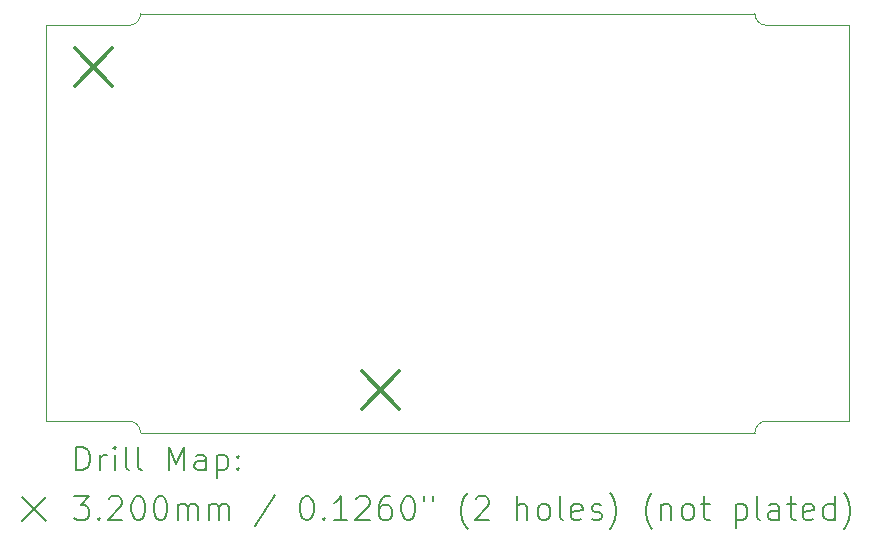
<source format=gbr>
%TF.GenerationSoftware,KiCad,Pcbnew,7.0.9*%
%TF.CreationDate,2023-12-07T19:23:16+01:00*%
%TF.ProjectId,2023_PiezoPreamp,32303233-5f50-4696-957a-6f507265616d,rev?*%
%TF.SameCoordinates,PX2625a00PY1c22260*%
%TF.FileFunction,Drillmap*%
%TF.FilePolarity,Positive*%
%FSLAX45Y45*%
G04 Gerber Fmt 4.5, Leading zero omitted, Abs format (unit mm)*
G04 Created by KiCad (PCBNEW 7.0.9) date 2023-12-07 19:23:16*
%MOMM*%
%LPD*%
G01*
G04 APERTURE LIST*
%ADD10C,0.100000*%
%ADD11C,0.200000*%
%ADD12C,0.320000*%
G04 APERTURE END LIST*
D10*
X0Y-3450000D02*
X700000Y-3450000D01*
X700000Y-100000D02*
G75*
G03*
X800000Y0I0J100000D01*
G01*
X800000Y0D02*
X6000000Y0D01*
X0Y-100000D02*
X0Y-3450000D01*
X800000Y-3550000D02*
X6000000Y-3550000D01*
X6000000Y0D02*
G75*
G03*
X6100000Y-100000I100000J0D01*
G01*
X800000Y-3550000D02*
G75*
G03*
X700000Y-3450000I-100000J0D01*
G01*
X0Y-100000D02*
X700000Y-100000D01*
X6100000Y-3450000D02*
G75*
G03*
X6000000Y-3550000I0J-100000D01*
G01*
X6800000Y-100000D02*
X6100000Y-100000D01*
X6100000Y-3450000D02*
X6800000Y-3450000D01*
X6800000Y-3450000D02*
X6800000Y-100000D01*
D11*
D12*
X240000Y-290000D02*
X560000Y-610000D01*
X560000Y-290000D02*
X240000Y-610000D01*
X2670000Y-3030000D02*
X2990000Y-3350000D01*
X2990000Y-3030000D02*
X2670000Y-3350000D01*
D11*
X255777Y-3866484D02*
X255777Y-3666484D01*
X255777Y-3666484D02*
X303396Y-3666484D01*
X303396Y-3666484D02*
X331967Y-3676008D01*
X331967Y-3676008D02*
X351015Y-3695055D01*
X351015Y-3695055D02*
X360539Y-3714103D01*
X360539Y-3714103D02*
X370062Y-3752198D01*
X370062Y-3752198D02*
X370062Y-3780769D01*
X370062Y-3780769D02*
X360539Y-3818865D01*
X360539Y-3818865D02*
X351015Y-3837912D01*
X351015Y-3837912D02*
X331967Y-3856960D01*
X331967Y-3856960D02*
X303396Y-3866484D01*
X303396Y-3866484D02*
X255777Y-3866484D01*
X455777Y-3866484D02*
X455777Y-3733150D01*
X455777Y-3771246D02*
X465301Y-3752198D01*
X465301Y-3752198D02*
X474824Y-3742674D01*
X474824Y-3742674D02*
X493872Y-3733150D01*
X493872Y-3733150D02*
X512920Y-3733150D01*
X579586Y-3866484D02*
X579586Y-3733150D01*
X579586Y-3666484D02*
X570063Y-3676008D01*
X570063Y-3676008D02*
X579586Y-3685531D01*
X579586Y-3685531D02*
X589110Y-3676008D01*
X589110Y-3676008D02*
X579586Y-3666484D01*
X579586Y-3666484D02*
X579586Y-3685531D01*
X703396Y-3866484D02*
X684348Y-3856960D01*
X684348Y-3856960D02*
X674824Y-3837912D01*
X674824Y-3837912D02*
X674824Y-3666484D01*
X808158Y-3866484D02*
X789110Y-3856960D01*
X789110Y-3856960D02*
X779586Y-3837912D01*
X779586Y-3837912D02*
X779586Y-3666484D01*
X1036729Y-3866484D02*
X1036729Y-3666484D01*
X1036729Y-3666484D02*
X1103396Y-3809341D01*
X1103396Y-3809341D02*
X1170063Y-3666484D01*
X1170063Y-3666484D02*
X1170063Y-3866484D01*
X1351015Y-3866484D02*
X1351015Y-3761722D01*
X1351015Y-3761722D02*
X1341491Y-3742674D01*
X1341491Y-3742674D02*
X1322444Y-3733150D01*
X1322444Y-3733150D02*
X1284348Y-3733150D01*
X1284348Y-3733150D02*
X1265301Y-3742674D01*
X1351015Y-3856960D02*
X1331967Y-3866484D01*
X1331967Y-3866484D02*
X1284348Y-3866484D01*
X1284348Y-3866484D02*
X1265301Y-3856960D01*
X1265301Y-3856960D02*
X1255777Y-3837912D01*
X1255777Y-3837912D02*
X1255777Y-3818865D01*
X1255777Y-3818865D02*
X1265301Y-3799817D01*
X1265301Y-3799817D02*
X1284348Y-3790293D01*
X1284348Y-3790293D02*
X1331967Y-3790293D01*
X1331967Y-3790293D02*
X1351015Y-3780769D01*
X1446253Y-3733150D02*
X1446253Y-3933150D01*
X1446253Y-3742674D02*
X1465301Y-3733150D01*
X1465301Y-3733150D02*
X1503396Y-3733150D01*
X1503396Y-3733150D02*
X1522443Y-3742674D01*
X1522443Y-3742674D02*
X1531967Y-3752198D01*
X1531967Y-3752198D02*
X1541491Y-3771246D01*
X1541491Y-3771246D02*
X1541491Y-3828388D01*
X1541491Y-3828388D02*
X1531967Y-3847436D01*
X1531967Y-3847436D02*
X1522443Y-3856960D01*
X1522443Y-3856960D02*
X1503396Y-3866484D01*
X1503396Y-3866484D02*
X1465301Y-3866484D01*
X1465301Y-3866484D02*
X1446253Y-3856960D01*
X1627205Y-3847436D02*
X1636729Y-3856960D01*
X1636729Y-3856960D02*
X1627205Y-3866484D01*
X1627205Y-3866484D02*
X1617682Y-3856960D01*
X1617682Y-3856960D02*
X1627205Y-3847436D01*
X1627205Y-3847436D02*
X1627205Y-3866484D01*
X1627205Y-3742674D02*
X1636729Y-3752198D01*
X1636729Y-3752198D02*
X1627205Y-3761722D01*
X1627205Y-3761722D02*
X1617682Y-3752198D01*
X1617682Y-3752198D02*
X1627205Y-3742674D01*
X1627205Y-3742674D02*
X1627205Y-3761722D01*
X-205000Y-4095000D02*
X-5000Y-4295000D01*
X-5000Y-4095000D02*
X-205000Y-4295000D01*
X236729Y-4086484D02*
X360539Y-4086484D01*
X360539Y-4086484D02*
X293872Y-4162674D01*
X293872Y-4162674D02*
X322444Y-4162674D01*
X322444Y-4162674D02*
X341491Y-4172198D01*
X341491Y-4172198D02*
X351015Y-4181722D01*
X351015Y-4181722D02*
X360539Y-4200770D01*
X360539Y-4200770D02*
X360539Y-4248389D01*
X360539Y-4248389D02*
X351015Y-4267436D01*
X351015Y-4267436D02*
X341491Y-4276960D01*
X341491Y-4276960D02*
X322444Y-4286484D01*
X322444Y-4286484D02*
X265301Y-4286484D01*
X265301Y-4286484D02*
X246253Y-4276960D01*
X246253Y-4276960D02*
X236729Y-4267436D01*
X446253Y-4267436D02*
X455777Y-4276960D01*
X455777Y-4276960D02*
X446253Y-4286484D01*
X446253Y-4286484D02*
X436729Y-4276960D01*
X436729Y-4276960D02*
X446253Y-4267436D01*
X446253Y-4267436D02*
X446253Y-4286484D01*
X531967Y-4105531D02*
X541491Y-4096008D01*
X541491Y-4096008D02*
X560539Y-4086484D01*
X560539Y-4086484D02*
X608158Y-4086484D01*
X608158Y-4086484D02*
X627205Y-4096008D01*
X627205Y-4096008D02*
X636729Y-4105531D01*
X636729Y-4105531D02*
X646253Y-4124579D01*
X646253Y-4124579D02*
X646253Y-4143627D01*
X646253Y-4143627D02*
X636729Y-4172198D01*
X636729Y-4172198D02*
X522443Y-4286484D01*
X522443Y-4286484D02*
X646253Y-4286484D01*
X770062Y-4086484D02*
X789110Y-4086484D01*
X789110Y-4086484D02*
X808158Y-4096008D01*
X808158Y-4096008D02*
X817682Y-4105531D01*
X817682Y-4105531D02*
X827205Y-4124579D01*
X827205Y-4124579D02*
X836729Y-4162674D01*
X836729Y-4162674D02*
X836729Y-4210293D01*
X836729Y-4210293D02*
X827205Y-4248389D01*
X827205Y-4248389D02*
X817682Y-4267436D01*
X817682Y-4267436D02*
X808158Y-4276960D01*
X808158Y-4276960D02*
X789110Y-4286484D01*
X789110Y-4286484D02*
X770062Y-4286484D01*
X770062Y-4286484D02*
X751015Y-4276960D01*
X751015Y-4276960D02*
X741491Y-4267436D01*
X741491Y-4267436D02*
X731967Y-4248389D01*
X731967Y-4248389D02*
X722443Y-4210293D01*
X722443Y-4210293D02*
X722443Y-4162674D01*
X722443Y-4162674D02*
X731967Y-4124579D01*
X731967Y-4124579D02*
X741491Y-4105531D01*
X741491Y-4105531D02*
X751015Y-4096008D01*
X751015Y-4096008D02*
X770062Y-4086484D01*
X960539Y-4086484D02*
X979586Y-4086484D01*
X979586Y-4086484D02*
X998634Y-4096008D01*
X998634Y-4096008D02*
X1008158Y-4105531D01*
X1008158Y-4105531D02*
X1017682Y-4124579D01*
X1017682Y-4124579D02*
X1027205Y-4162674D01*
X1027205Y-4162674D02*
X1027205Y-4210293D01*
X1027205Y-4210293D02*
X1017682Y-4248389D01*
X1017682Y-4248389D02*
X1008158Y-4267436D01*
X1008158Y-4267436D02*
X998634Y-4276960D01*
X998634Y-4276960D02*
X979586Y-4286484D01*
X979586Y-4286484D02*
X960539Y-4286484D01*
X960539Y-4286484D02*
X941491Y-4276960D01*
X941491Y-4276960D02*
X931967Y-4267436D01*
X931967Y-4267436D02*
X922443Y-4248389D01*
X922443Y-4248389D02*
X912920Y-4210293D01*
X912920Y-4210293D02*
X912920Y-4162674D01*
X912920Y-4162674D02*
X922443Y-4124579D01*
X922443Y-4124579D02*
X931967Y-4105531D01*
X931967Y-4105531D02*
X941491Y-4096008D01*
X941491Y-4096008D02*
X960539Y-4086484D01*
X1112920Y-4286484D02*
X1112920Y-4153150D01*
X1112920Y-4172198D02*
X1122444Y-4162674D01*
X1122444Y-4162674D02*
X1141491Y-4153150D01*
X1141491Y-4153150D02*
X1170063Y-4153150D01*
X1170063Y-4153150D02*
X1189110Y-4162674D01*
X1189110Y-4162674D02*
X1198634Y-4181722D01*
X1198634Y-4181722D02*
X1198634Y-4286484D01*
X1198634Y-4181722D02*
X1208158Y-4162674D01*
X1208158Y-4162674D02*
X1227205Y-4153150D01*
X1227205Y-4153150D02*
X1255777Y-4153150D01*
X1255777Y-4153150D02*
X1274825Y-4162674D01*
X1274825Y-4162674D02*
X1284348Y-4181722D01*
X1284348Y-4181722D02*
X1284348Y-4286484D01*
X1379586Y-4286484D02*
X1379586Y-4153150D01*
X1379586Y-4172198D02*
X1389110Y-4162674D01*
X1389110Y-4162674D02*
X1408158Y-4153150D01*
X1408158Y-4153150D02*
X1436729Y-4153150D01*
X1436729Y-4153150D02*
X1455777Y-4162674D01*
X1455777Y-4162674D02*
X1465301Y-4181722D01*
X1465301Y-4181722D02*
X1465301Y-4286484D01*
X1465301Y-4181722D02*
X1474824Y-4162674D01*
X1474824Y-4162674D02*
X1493872Y-4153150D01*
X1493872Y-4153150D02*
X1522443Y-4153150D01*
X1522443Y-4153150D02*
X1541491Y-4162674D01*
X1541491Y-4162674D02*
X1551015Y-4181722D01*
X1551015Y-4181722D02*
X1551015Y-4286484D01*
X1941491Y-4076960D02*
X1770063Y-4334103D01*
X2198634Y-4086484D02*
X2217682Y-4086484D01*
X2217682Y-4086484D02*
X2236729Y-4096008D01*
X2236729Y-4096008D02*
X2246253Y-4105531D01*
X2246253Y-4105531D02*
X2255777Y-4124579D01*
X2255777Y-4124579D02*
X2265301Y-4162674D01*
X2265301Y-4162674D02*
X2265301Y-4210293D01*
X2265301Y-4210293D02*
X2255777Y-4248389D01*
X2255777Y-4248389D02*
X2246253Y-4267436D01*
X2246253Y-4267436D02*
X2236729Y-4276960D01*
X2236729Y-4276960D02*
X2217682Y-4286484D01*
X2217682Y-4286484D02*
X2198634Y-4286484D01*
X2198634Y-4286484D02*
X2179587Y-4276960D01*
X2179587Y-4276960D02*
X2170063Y-4267436D01*
X2170063Y-4267436D02*
X2160539Y-4248389D01*
X2160539Y-4248389D02*
X2151015Y-4210293D01*
X2151015Y-4210293D02*
X2151015Y-4162674D01*
X2151015Y-4162674D02*
X2160539Y-4124579D01*
X2160539Y-4124579D02*
X2170063Y-4105531D01*
X2170063Y-4105531D02*
X2179587Y-4096008D01*
X2179587Y-4096008D02*
X2198634Y-4086484D01*
X2351015Y-4267436D02*
X2360539Y-4276960D01*
X2360539Y-4276960D02*
X2351015Y-4286484D01*
X2351015Y-4286484D02*
X2341491Y-4276960D01*
X2341491Y-4276960D02*
X2351015Y-4267436D01*
X2351015Y-4267436D02*
X2351015Y-4286484D01*
X2551015Y-4286484D02*
X2436729Y-4286484D01*
X2493872Y-4286484D02*
X2493872Y-4086484D01*
X2493872Y-4086484D02*
X2474825Y-4115055D01*
X2474825Y-4115055D02*
X2455777Y-4134103D01*
X2455777Y-4134103D02*
X2436729Y-4143627D01*
X2627206Y-4105531D02*
X2636729Y-4096008D01*
X2636729Y-4096008D02*
X2655777Y-4086484D01*
X2655777Y-4086484D02*
X2703396Y-4086484D01*
X2703396Y-4086484D02*
X2722444Y-4096008D01*
X2722444Y-4096008D02*
X2731968Y-4105531D01*
X2731968Y-4105531D02*
X2741491Y-4124579D01*
X2741491Y-4124579D02*
X2741491Y-4143627D01*
X2741491Y-4143627D02*
X2731968Y-4172198D01*
X2731968Y-4172198D02*
X2617682Y-4286484D01*
X2617682Y-4286484D02*
X2741491Y-4286484D01*
X2912920Y-4086484D02*
X2874825Y-4086484D01*
X2874825Y-4086484D02*
X2855777Y-4096008D01*
X2855777Y-4096008D02*
X2846253Y-4105531D01*
X2846253Y-4105531D02*
X2827206Y-4134103D01*
X2827206Y-4134103D02*
X2817682Y-4172198D01*
X2817682Y-4172198D02*
X2817682Y-4248389D01*
X2817682Y-4248389D02*
X2827206Y-4267436D01*
X2827206Y-4267436D02*
X2836729Y-4276960D01*
X2836729Y-4276960D02*
X2855777Y-4286484D01*
X2855777Y-4286484D02*
X2893872Y-4286484D01*
X2893872Y-4286484D02*
X2912920Y-4276960D01*
X2912920Y-4276960D02*
X2922444Y-4267436D01*
X2922444Y-4267436D02*
X2931967Y-4248389D01*
X2931967Y-4248389D02*
X2931967Y-4200770D01*
X2931967Y-4200770D02*
X2922444Y-4181722D01*
X2922444Y-4181722D02*
X2912920Y-4172198D01*
X2912920Y-4172198D02*
X2893872Y-4162674D01*
X2893872Y-4162674D02*
X2855777Y-4162674D01*
X2855777Y-4162674D02*
X2836729Y-4172198D01*
X2836729Y-4172198D02*
X2827206Y-4181722D01*
X2827206Y-4181722D02*
X2817682Y-4200770D01*
X3055777Y-4086484D02*
X3074825Y-4086484D01*
X3074825Y-4086484D02*
X3093872Y-4096008D01*
X3093872Y-4096008D02*
X3103396Y-4105531D01*
X3103396Y-4105531D02*
X3112920Y-4124579D01*
X3112920Y-4124579D02*
X3122444Y-4162674D01*
X3122444Y-4162674D02*
X3122444Y-4210293D01*
X3122444Y-4210293D02*
X3112920Y-4248389D01*
X3112920Y-4248389D02*
X3103396Y-4267436D01*
X3103396Y-4267436D02*
X3093872Y-4276960D01*
X3093872Y-4276960D02*
X3074825Y-4286484D01*
X3074825Y-4286484D02*
X3055777Y-4286484D01*
X3055777Y-4286484D02*
X3036729Y-4276960D01*
X3036729Y-4276960D02*
X3027206Y-4267436D01*
X3027206Y-4267436D02*
X3017682Y-4248389D01*
X3017682Y-4248389D02*
X3008158Y-4210293D01*
X3008158Y-4210293D02*
X3008158Y-4162674D01*
X3008158Y-4162674D02*
X3017682Y-4124579D01*
X3017682Y-4124579D02*
X3027206Y-4105531D01*
X3027206Y-4105531D02*
X3036729Y-4096008D01*
X3036729Y-4096008D02*
X3055777Y-4086484D01*
X3198634Y-4086484D02*
X3198634Y-4124579D01*
X3274825Y-4086484D02*
X3274825Y-4124579D01*
X3570063Y-4362674D02*
X3560539Y-4353150D01*
X3560539Y-4353150D02*
X3541491Y-4324579D01*
X3541491Y-4324579D02*
X3531968Y-4305531D01*
X3531968Y-4305531D02*
X3522444Y-4276960D01*
X3522444Y-4276960D02*
X3512920Y-4229341D01*
X3512920Y-4229341D02*
X3512920Y-4191246D01*
X3512920Y-4191246D02*
X3522444Y-4143627D01*
X3522444Y-4143627D02*
X3531968Y-4115055D01*
X3531968Y-4115055D02*
X3541491Y-4096008D01*
X3541491Y-4096008D02*
X3560539Y-4067436D01*
X3560539Y-4067436D02*
X3570063Y-4057912D01*
X3636729Y-4105531D02*
X3646253Y-4096008D01*
X3646253Y-4096008D02*
X3665301Y-4086484D01*
X3665301Y-4086484D02*
X3712920Y-4086484D01*
X3712920Y-4086484D02*
X3731968Y-4096008D01*
X3731968Y-4096008D02*
X3741491Y-4105531D01*
X3741491Y-4105531D02*
X3751015Y-4124579D01*
X3751015Y-4124579D02*
X3751015Y-4143627D01*
X3751015Y-4143627D02*
X3741491Y-4172198D01*
X3741491Y-4172198D02*
X3627206Y-4286484D01*
X3627206Y-4286484D02*
X3751015Y-4286484D01*
X3989110Y-4286484D02*
X3989110Y-4086484D01*
X4074825Y-4286484D02*
X4074825Y-4181722D01*
X4074825Y-4181722D02*
X4065301Y-4162674D01*
X4065301Y-4162674D02*
X4046253Y-4153150D01*
X4046253Y-4153150D02*
X4017682Y-4153150D01*
X4017682Y-4153150D02*
X3998634Y-4162674D01*
X3998634Y-4162674D02*
X3989110Y-4172198D01*
X4198634Y-4286484D02*
X4179587Y-4276960D01*
X4179587Y-4276960D02*
X4170063Y-4267436D01*
X4170063Y-4267436D02*
X4160539Y-4248389D01*
X4160539Y-4248389D02*
X4160539Y-4191246D01*
X4160539Y-4191246D02*
X4170063Y-4172198D01*
X4170063Y-4172198D02*
X4179587Y-4162674D01*
X4179587Y-4162674D02*
X4198634Y-4153150D01*
X4198634Y-4153150D02*
X4227206Y-4153150D01*
X4227206Y-4153150D02*
X4246253Y-4162674D01*
X4246253Y-4162674D02*
X4255777Y-4172198D01*
X4255777Y-4172198D02*
X4265301Y-4191246D01*
X4265301Y-4191246D02*
X4265301Y-4248389D01*
X4265301Y-4248389D02*
X4255777Y-4267436D01*
X4255777Y-4267436D02*
X4246253Y-4276960D01*
X4246253Y-4276960D02*
X4227206Y-4286484D01*
X4227206Y-4286484D02*
X4198634Y-4286484D01*
X4379587Y-4286484D02*
X4360539Y-4276960D01*
X4360539Y-4276960D02*
X4351015Y-4257912D01*
X4351015Y-4257912D02*
X4351015Y-4086484D01*
X4531968Y-4276960D02*
X4512920Y-4286484D01*
X4512920Y-4286484D02*
X4474825Y-4286484D01*
X4474825Y-4286484D02*
X4455777Y-4276960D01*
X4455777Y-4276960D02*
X4446253Y-4257912D01*
X4446253Y-4257912D02*
X4446253Y-4181722D01*
X4446253Y-4181722D02*
X4455777Y-4162674D01*
X4455777Y-4162674D02*
X4474825Y-4153150D01*
X4474825Y-4153150D02*
X4512920Y-4153150D01*
X4512920Y-4153150D02*
X4531968Y-4162674D01*
X4531968Y-4162674D02*
X4541492Y-4181722D01*
X4541492Y-4181722D02*
X4541492Y-4200770D01*
X4541492Y-4200770D02*
X4446253Y-4219817D01*
X4617682Y-4276960D02*
X4636730Y-4286484D01*
X4636730Y-4286484D02*
X4674825Y-4286484D01*
X4674825Y-4286484D02*
X4693873Y-4276960D01*
X4693873Y-4276960D02*
X4703396Y-4257912D01*
X4703396Y-4257912D02*
X4703396Y-4248389D01*
X4703396Y-4248389D02*
X4693873Y-4229341D01*
X4693873Y-4229341D02*
X4674825Y-4219817D01*
X4674825Y-4219817D02*
X4646253Y-4219817D01*
X4646253Y-4219817D02*
X4627206Y-4210293D01*
X4627206Y-4210293D02*
X4617682Y-4191246D01*
X4617682Y-4191246D02*
X4617682Y-4181722D01*
X4617682Y-4181722D02*
X4627206Y-4162674D01*
X4627206Y-4162674D02*
X4646253Y-4153150D01*
X4646253Y-4153150D02*
X4674825Y-4153150D01*
X4674825Y-4153150D02*
X4693873Y-4162674D01*
X4770063Y-4362674D02*
X4779587Y-4353150D01*
X4779587Y-4353150D02*
X4798634Y-4324579D01*
X4798634Y-4324579D02*
X4808158Y-4305531D01*
X4808158Y-4305531D02*
X4817682Y-4276960D01*
X4817682Y-4276960D02*
X4827206Y-4229341D01*
X4827206Y-4229341D02*
X4827206Y-4191246D01*
X4827206Y-4191246D02*
X4817682Y-4143627D01*
X4817682Y-4143627D02*
X4808158Y-4115055D01*
X4808158Y-4115055D02*
X4798634Y-4096008D01*
X4798634Y-4096008D02*
X4779587Y-4067436D01*
X4779587Y-4067436D02*
X4770063Y-4057912D01*
X5131968Y-4362674D02*
X5122444Y-4353150D01*
X5122444Y-4353150D02*
X5103396Y-4324579D01*
X5103396Y-4324579D02*
X5093873Y-4305531D01*
X5093873Y-4305531D02*
X5084349Y-4276960D01*
X5084349Y-4276960D02*
X5074825Y-4229341D01*
X5074825Y-4229341D02*
X5074825Y-4191246D01*
X5074825Y-4191246D02*
X5084349Y-4143627D01*
X5084349Y-4143627D02*
X5093873Y-4115055D01*
X5093873Y-4115055D02*
X5103396Y-4096008D01*
X5103396Y-4096008D02*
X5122444Y-4067436D01*
X5122444Y-4067436D02*
X5131968Y-4057912D01*
X5208158Y-4153150D02*
X5208158Y-4286484D01*
X5208158Y-4172198D02*
X5217682Y-4162674D01*
X5217682Y-4162674D02*
X5236730Y-4153150D01*
X5236730Y-4153150D02*
X5265301Y-4153150D01*
X5265301Y-4153150D02*
X5284349Y-4162674D01*
X5284349Y-4162674D02*
X5293873Y-4181722D01*
X5293873Y-4181722D02*
X5293873Y-4286484D01*
X5417682Y-4286484D02*
X5398634Y-4276960D01*
X5398634Y-4276960D02*
X5389111Y-4267436D01*
X5389111Y-4267436D02*
X5379587Y-4248389D01*
X5379587Y-4248389D02*
X5379587Y-4191246D01*
X5379587Y-4191246D02*
X5389111Y-4172198D01*
X5389111Y-4172198D02*
X5398634Y-4162674D01*
X5398634Y-4162674D02*
X5417682Y-4153150D01*
X5417682Y-4153150D02*
X5446254Y-4153150D01*
X5446254Y-4153150D02*
X5465301Y-4162674D01*
X5465301Y-4162674D02*
X5474825Y-4172198D01*
X5474825Y-4172198D02*
X5484349Y-4191246D01*
X5484349Y-4191246D02*
X5484349Y-4248389D01*
X5484349Y-4248389D02*
X5474825Y-4267436D01*
X5474825Y-4267436D02*
X5465301Y-4276960D01*
X5465301Y-4276960D02*
X5446254Y-4286484D01*
X5446254Y-4286484D02*
X5417682Y-4286484D01*
X5541492Y-4153150D02*
X5617682Y-4153150D01*
X5570063Y-4086484D02*
X5570063Y-4257912D01*
X5570063Y-4257912D02*
X5579587Y-4276960D01*
X5579587Y-4276960D02*
X5598634Y-4286484D01*
X5598634Y-4286484D02*
X5617682Y-4286484D01*
X5836730Y-4153150D02*
X5836730Y-4353150D01*
X5836730Y-4162674D02*
X5855777Y-4153150D01*
X5855777Y-4153150D02*
X5893873Y-4153150D01*
X5893873Y-4153150D02*
X5912920Y-4162674D01*
X5912920Y-4162674D02*
X5922444Y-4172198D01*
X5922444Y-4172198D02*
X5931968Y-4191246D01*
X5931968Y-4191246D02*
X5931968Y-4248389D01*
X5931968Y-4248389D02*
X5922444Y-4267436D01*
X5922444Y-4267436D02*
X5912920Y-4276960D01*
X5912920Y-4276960D02*
X5893873Y-4286484D01*
X5893873Y-4286484D02*
X5855777Y-4286484D01*
X5855777Y-4286484D02*
X5836730Y-4276960D01*
X6046253Y-4286484D02*
X6027206Y-4276960D01*
X6027206Y-4276960D02*
X6017682Y-4257912D01*
X6017682Y-4257912D02*
X6017682Y-4086484D01*
X6208158Y-4286484D02*
X6208158Y-4181722D01*
X6208158Y-4181722D02*
X6198634Y-4162674D01*
X6198634Y-4162674D02*
X6179587Y-4153150D01*
X6179587Y-4153150D02*
X6141492Y-4153150D01*
X6141492Y-4153150D02*
X6122444Y-4162674D01*
X6208158Y-4276960D02*
X6189111Y-4286484D01*
X6189111Y-4286484D02*
X6141492Y-4286484D01*
X6141492Y-4286484D02*
X6122444Y-4276960D01*
X6122444Y-4276960D02*
X6112920Y-4257912D01*
X6112920Y-4257912D02*
X6112920Y-4238865D01*
X6112920Y-4238865D02*
X6122444Y-4219817D01*
X6122444Y-4219817D02*
X6141492Y-4210293D01*
X6141492Y-4210293D02*
X6189111Y-4210293D01*
X6189111Y-4210293D02*
X6208158Y-4200770D01*
X6274825Y-4153150D02*
X6351015Y-4153150D01*
X6303396Y-4086484D02*
X6303396Y-4257912D01*
X6303396Y-4257912D02*
X6312920Y-4276960D01*
X6312920Y-4276960D02*
X6331968Y-4286484D01*
X6331968Y-4286484D02*
X6351015Y-4286484D01*
X6493873Y-4276960D02*
X6474825Y-4286484D01*
X6474825Y-4286484D02*
X6436730Y-4286484D01*
X6436730Y-4286484D02*
X6417682Y-4276960D01*
X6417682Y-4276960D02*
X6408158Y-4257912D01*
X6408158Y-4257912D02*
X6408158Y-4181722D01*
X6408158Y-4181722D02*
X6417682Y-4162674D01*
X6417682Y-4162674D02*
X6436730Y-4153150D01*
X6436730Y-4153150D02*
X6474825Y-4153150D01*
X6474825Y-4153150D02*
X6493873Y-4162674D01*
X6493873Y-4162674D02*
X6503396Y-4181722D01*
X6503396Y-4181722D02*
X6503396Y-4200770D01*
X6503396Y-4200770D02*
X6408158Y-4219817D01*
X6674825Y-4286484D02*
X6674825Y-4086484D01*
X6674825Y-4276960D02*
X6655777Y-4286484D01*
X6655777Y-4286484D02*
X6617682Y-4286484D01*
X6617682Y-4286484D02*
X6598634Y-4276960D01*
X6598634Y-4276960D02*
X6589111Y-4267436D01*
X6589111Y-4267436D02*
X6579587Y-4248389D01*
X6579587Y-4248389D02*
X6579587Y-4191246D01*
X6579587Y-4191246D02*
X6589111Y-4172198D01*
X6589111Y-4172198D02*
X6598634Y-4162674D01*
X6598634Y-4162674D02*
X6617682Y-4153150D01*
X6617682Y-4153150D02*
X6655777Y-4153150D01*
X6655777Y-4153150D02*
X6674825Y-4162674D01*
X6751015Y-4362674D02*
X6760539Y-4353150D01*
X6760539Y-4353150D02*
X6779587Y-4324579D01*
X6779587Y-4324579D02*
X6789111Y-4305531D01*
X6789111Y-4305531D02*
X6798634Y-4276960D01*
X6798634Y-4276960D02*
X6808158Y-4229341D01*
X6808158Y-4229341D02*
X6808158Y-4191246D01*
X6808158Y-4191246D02*
X6798634Y-4143627D01*
X6798634Y-4143627D02*
X6789111Y-4115055D01*
X6789111Y-4115055D02*
X6779587Y-4096008D01*
X6779587Y-4096008D02*
X6760539Y-4067436D01*
X6760539Y-4067436D02*
X6751015Y-4057912D01*
M02*

</source>
